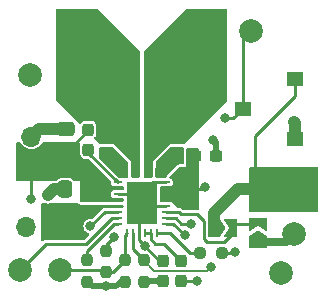
<source format=gtl>
%TF.GenerationSoftware,KiCad,Pcbnew,7.0.5-0*%
%TF.CreationDate,2024-02-04T17:49:50-05:00*%
%TF.ProjectId,Cutdown_Test,43757464-6f77-46e5-9f54-6573742e6b69,rev?*%
%TF.SameCoordinates,Original*%
%TF.FileFunction,Copper,L1,Top*%
%TF.FilePolarity,Positive*%
%FSLAX46Y46*%
G04 Gerber Fmt 4.6, Leading zero omitted, Abs format (unit mm)*
G04 Created by KiCad (PCBNEW 7.0.5-0) date 2024-02-04 17:49:50*
%MOMM*%
%LPD*%
G01*
G04 APERTURE LIST*
G04 Aperture macros list*
%AMRoundRect*
0 Rectangle with rounded corners*
0 $1 Rounding radius*
0 $2 $3 $4 $5 $6 $7 $8 $9 X,Y pos of 4 corners*
0 Add a 4 corners polygon primitive as box body*
4,1,4,$2,$3,$4,$5,$6,$7,$8,$9,$2,$3,0*
0 Add four circle primitives for the rounded corners*
1,1,$1+$1,$2,$3*
1,1,$1+$1,$4,$5*
1,1,$1+$1,$6,$7*
1,1,$1+$1,$8,$9*
0 Add four rect primitives between the rounded corners*
20,1,$1+$1,$2,$3,$4,$5,0*
20,1,$1+$1,$4,$5,$6,$7,0*
20,1,$1+$1,$6,$7,$8,$9,0*
20,1,$1+$1,$8,$9,$2,$3,0*%
%AMFreePoly0*
4,1,6,1.000000,0.000000,0.500000,-0.750000,-0.500000,-0.750000,-0.500000,0.750000,0.500000,0.750000,1.000000,0.000000,1.000000,0.000000,$1*%
%AMFreePoly1*
4,1,6,0.500000,-0.750000,-0.650000,-0.750000,-0.150000,0.000000,-0.650000,0.750000,0.500000,0.750000,0.500000,-0.750000,0.500000,-0.750000,$1*%
G04 Aperture macros list end*
%TA.AperFunction,SMDPad,CuDef*%
%ADD10RoundRect,0.237500X-0.237500X0.300000X-0.237500X-0.300000X0.237500X-0.300000X0.237500X0.300000X0*%
%TD*%
%TA.AperFunction,SMDPad,CuDef*%
%ADD11RoundRect,0.237500X-0.250000X-0.237500X0.250000X-0.237500X0.250000X0.237500X-0.250000X0.237500X0*%
%TD*%
%TA.AperFunction,ComponentPad*%
%ADD12C,2.000000*%
%TD*%
%TA.AperFunction,SMDPad,CuDef*%
%ADD13RoundRect,0.237500X0.237500X-0.300000X0.237500X0.300000X-0.237500X0.300000X-0.237500X-0.300000X0*%
%TD*%
%TA.AperFunction,SMDPad,CuDef*%
%ADD14R,0.699999X0.230000*%
%TD*%
%TA.AperFunction,SMDPad,CuDef*%
%ADD15R,0.230000X0.699999*%
%TD*%
%TA.AperFunction,ComponentPad*%
%ADD16C,0.900000*%
%TD*%
%TA.AperFunction,SMDPad,CuDef*%
%ADD17R,2.650000X3.650001*%
%TD*%
%TA.AperFunction,SMDPad,CuDef*%
%ADD18RoundRect,0.250000X0.362500X1.425000X-0.362500X1.425000X-0.362500X-1.425000X0.362500X-1.425000X0*%
%TD*%
%TA.AperFunction,SMDPad,CuDef*%
%ADD19RoundRect,0.250000X0.475000X-0.337500X0.475000X0.337500X-0.475000X0.337500X-0.475000X-0.337500X0*%
%TD*%
%TA.AperFunction,SMDPad,CuDef*%
%ADD20RoundRect,0.250000X0.337500X0.475000X-0.337500X0.475000X-0.337500X-0.475000X0.337500X-0.475000X0*%
%TD*%
%TA.AperFunction,ComponentPad*%
%ADD21R,1.700000X1.700000*%
%TD*%
%TA.AperFunction,ComponentPad*%
%ADD22O,1.700000X1.700000*%
%TD*%
%TA.AperFunction,SMDPad,CuDef*%
%ADD23RoundRect,0.237500X-0.237500X0.250000X-0.237500X-0.250000X0.237500X-0.250000X0.237500X0.250000X0*%
%TD*%
%TA.AperFunction,SMDPad,CuDef*%
%ADD24RoundRect,0.237500X-0.300000X-0.237500X0.300000X-0.237500X0.300000X0.237500X-0.300000X0.237500X0*%
%TD*%
%TA.AperFunction,SMDPad,CuDef*%
%ADD25R,1.397000X1.193800*%
%TD*%
%TA.AperFunction,SMDPad,CuDef*%
%ADD26FreePoly0,90.000000*%
%TD*%
%TA.AperFunction,SMDPad,CuDef*%
%ADD27FreePoly1,90.000000*%
%TD*%
%TA.AperFunction,SMDPad,CuDef*%
%ADD28FreePoly0,0.000000*%
%TD*%
%TA.AperFunction,SMDPad,CuDef*%
%ADD29FreePoly1,0.000000*%
%TD*%
%TA.AperFunction,SMDPad,CuDef*%
%ADD30R,3.100000X5.000000*%
%TD*%
%TA.AperFunction,ViaPad*%
%ADD31C,1.000000*%
%TD*%
%TA.AperFunction,ViaPad*%
%ADD32C,0.800000*%
%TD*%
%TA.AperFunction,Conductor*%
%ADD33C,0.250000*%
%TD*%
%TA.AperFunction,Conductor*%
%ADD34C,1.000000*%
%TD*%
%TA.AperFunction,Conductor*%
%ADD35C,0.500000*%
%TD*%
%TA.AperFunction,Conductor*%
%ADD36C,0.230000*%
%TD*%
%TA.AperFunction,Conductor*%
%ADD37C,0.700000*%
%TD*%
%TA.AperFunction,Conductor*%
%ADD38C,0.200000*%
%TD*%
G04 APERTURE END LIST*
D10*
%TO.P,C1,1*%
%TO.N,Net-(U1-MPCC)*%
X139100000Y-112737500D03*
%TO.P,C1,2*%
%TO.N,GND*%
X139100000Y-114462500D03*
%TD*%
D11*
%TO.P,R3,1*%
%TO.N,Net-(U1-RT)*%
X140687500Y-112100000D03*
%TO.P,R3,2*%
%TO.N,GND*%
X142512500Y-112100000D03*
%TD*%
D12*
%TO.P,TP8,1,1*%
%TO.N,Net-(U1-VC)*%
X147500000Y-113800000D03*
%TD*%
D13*
%TO.P,C4,1*%
%TO.N,Net-(U1-BST2)*%
X132900000Y-103862500D03*
%TO.P,C4,2*%
%TO.N,Net-(C4-Pad2)*%
X132900000Y-102137500D03*
%TD*%
D14*
%TO.P,U1,1,BST3*%
%TO.N,Net-(U1-BST3)*%
X133700002Y-106100001D03*
%TO.P,U1,2,PVOUT*%
%TO.N,/POWR_OUT*%
X133700002Y-106600000D03*
%TO.P,U1,3,GND*%
%TO.N,GND*%
X133700002Y-107099999D03*
%TO.P,U1,4,PVOUT*%
%TO.N,/POWR_OUT*%
X133700002Y-107600000D03*
%TO.P,U1,5,ISP*%
%TO.N,+BATT*%
X133700002Y-108100000D03*
%TO.P,U1,6,ISN*%
%TO.N,Net-(U1-ISN)*%
X133700002Y-108600001D03*
%TO.P,U1,7,PGOOD*%
%TO.N,Net-(U1-PGOOD)*%
X133700002Y-109100000D03*
%TO.P,U1,8,PROG*%
%TO.N,Net-(U1-PROG)*%
X133700002Y-109599999D03*
D15*
%TO.P,U1,9,FB*%
%TO.N,Net-(U1-FB)*%
X134500000Y-110400000D03*
%TO.P,U1,10,VC*%
%TO.N,Net-(U1-VC)*%
X134999999Y-110400000D03*
%TO.P,U1,11,GND*%
%TO.N,GND*%
X135500000Y-110400000D03*
%TO.P,U1,12,MPCC*%
%TO.N,Net-(U1-MPCC)*%
X136000000Y-110400000D03*
%TO.P,U1,13,VCC*%
X136500001Y-110400000D03*
%TO.P,U1,14,RT*%
%TO.N,Net-(U1-RT)*%
X137000000Y-110400000D03*
D14*
%TO.P,U1,15,SYNC/MODE*%
%TO.N,Net-(U1-ISN)*%
X137799998Y-109599999D03*
%TO.P,U1,16,EN/UVLO*%
%TO.N,/EN*%
X137799998Y-109100000D03*
%TO.P,U1,17,VIN*%
%TO.N,Net-(JP1-B)*%
X137799998Y-108600001D03*
%TO.P,U1,18,GND*%
%TO.N,GND*%
X137799998Y-108100000D03*
%TO.P,U1,19,PVIN*%
%TO.N,Net-(U1-ISN)*%
X137799998Y-107600000D03*
%TO.P,U1,20,PVIN*%
X137799998Y-107099999D03*
%TO.P,U1,21,PVIN*%
X137799998Y-106600000D03*
%TO.P,U1,22,GND*%
%TO.N,GND*%
X137799998Y-106100001D03*
D15*
%TO.P,U1,23,BST1*%
%TO.N,Net-(U1-BST1)*%
X137000000Y-105300000D03*
%TO.P,U1,24,SW1*%
%TO.N,Net-(C3-Pad2)*%
X136500001Y-105300000D03*
%TO.P,U1,25,SW1*%
X136000000Y-105300000D03*
%TO.P,U1,26,SW2*%
%TO.N,Net-(C4-Pad2)*%
X135500000Y-105300000D03*
%TO.P,U1,27,SW2*%
X134999999Y-105300000D03*
%TO.P,U1,28,BST2*%
%TO.N,Net-(U1-BST2)*%
X134500000Y-105300000D03*
D16*
%TO.P,U1,29,PGND*%
%TO.N,GND*%
X135050000Y-106650000D03*
X135050000Y-107850000D03*
X135050000Y-109050000D03*
D17*
X135750000Y-107850000D03*
D16*
X136450000Y-106650000D03*
X136450000Y-107850000D03*
X136450000Y-109050000D03*
%TD*%
D18*
%TO.P,R2,1*%
%TO.N,+BATT*%
X145662500Y-106700000D03*
%TO.P,R2,2*%
%TO.N,Net-(U1-ISN)*%
X139737500Y-106700000D03*
%TD*%
D19*
%TO.P,C8,1*%
%TO.N,/POWR_OUT*%
X129300000Y-103637500D03*
%TO.P,C8,2*%
%TO.N,GND*%
X129300000Y-101562500D03*
%TD*%
D20*
%TO.P,C6,1*%
%TO.N,/POWR_OUT*%
X131337500Y-106700000D03*
%TO.P,C6,2*%
%TO.N,GND*%
X129262500Y-106700000D03*
%TD*%
D21*
%TO.P,J2,1,Pin_1*%
%TO.N,+BATT*%
X128500000Y-109900000D03*
D22*
%TO.P,J2,2,Pin_2*%
%TO.N,GND*%
X125960000Y-109900000D03*
%TD*%
D13*
%TO.P,C3,1*%
%TO.N,Net-(U1-BST1)*%
X138600000Y-103862500D03*
%TO.P,C3,2*%
%TO.N,Net-(C3-Pad2)*%
X138600000Y-102137500D03*
%TD*%
D12*
%TO.P,TP6,1,1*%
%TO.N,Net-(U1-FB)*%
X128800000Y-113500000D03*
%TD*%
D13*
%TO.P,C7,1*%
%TO.N,Net-(C7-Pad1)*%
X137500000Y-114462500D03*
%TO.P,C7,2*%
%TO.N,GND*%
X137500000Y-112737500D03*
%TD*%
D23*
%TO.P,R5,1*%
%TO.N,/POWR_OUT*%
X132700000Y-111887500D03*
%TO.P,R5,2*%
%TO.N,Net-(U1-FB)*%
X132700000Y-113712500D03*
%TD*%
D13*
%TO.P,C5,1*%
%TO.N,Net-(U1-BST3)*%
X131200000Y-103362500D03*
%TO.P,C5,2*%
%TO.N,/POWR_OUT*%
X131200000Y-101637500D03*
%TD*%
D23*
%TO.P,R1,1*%
%TO.N,Net-(U1-PROG)*%
X131100000Y-112687500D03*
%TO.P,R1,2*%
%TO.N,GND*%
X131100000Y-114512500D03*
%TD*%
D24*
%TO.P,C2,1*%
%TO.N,Net-(U1-ISN)*%
X140275000Y-103900000D03*
%TO.P,C2,2*%
%TO.N,GND*%
X142000000Y-103900000D03*
%TD*%
D23*
%TO.P,R6,1*%
%TO.N,Net-(U1-FB)*%
X134300000Y-112687500D03*
%TO.P,R6,2*%
%TO.N,GND*%
X134300000Y-114512500D03*
%TD*%
D25*
%TO.P,SW1,1,A*%
%TO.N,GND*%
X148698101Y-102440000D03*
%TO.P,SW1,2,B*%
%TO.N,/EN*%
X144298102Y-99900000D03*
%TO.P,SW1,3,C*%
%TO.N,+BATT*%
X148698101Y-97360000D03*
%TD*%
D26*
%TO.P,JP1,1,A*%
%TO.N,+3V3*%
X145600000Y-111125000D03*
D27*
%TO.P,JP1,2,B*%
%TO.N,Net-(JP1-B)*%
X145600000Y-109675000D03*
%TD*%
D12*
%TO.P,TP5,1,1*%
%TO.N,+3V3*%
X148600000Y-110500000D03*
%TD*%
D28*
%TO.P,JP2,1,A*%
%TO.N,+BATT*%
X141875000Y-110000000D03*
D29*
%TO.P,JP2,2,B*%
%TO.N,Net-(JP1-B)*%
X143325000Y-110000000D03*
%TD*%
D21*
%TO.P,J1,1,Pin_1*%
%TO.N,/POWR_OUT*%
X126400000Y-104775000D03*
D22*
%TO.P,J1,2,Pin_2*%
%TO.N,GND*%
X126400000Y-102235000D03*
%TD*%
D12*
%TO.P,TP2,1,1*%
%TO.N,GND*%
X126300000Y-97000000D03*
%TD*%
%TO.P,TP3,1,1*%
%TO.N,/EN*%
X145000000Y-93300000D03*
%TD*%
%TO.P,TP1,1,1*%
%TO.N,Net-(U1-PGOOD)*%
X125400000Y-113500000D03*
%TD*%
D30*
%TO.P,L1,1,1*%
%TO.N,Net-(C3-Pad2)*%
X141300000Y-94100000D03*
%TO.P,L1,2,2*%
%TO.N,Net-(C4-Pad2)*%
X130200000Y-94100000D03*
%TD*%
D23*
%TO.P,R4,1*%
%TO.N,Net-(U1-VC)*%
X135900000Y-112687500D03*
%TO.P,R4,2*%
%TO.N,Net-(C7-Pad1)*%
X135900000Y-114512500D03*
%TD*%
D31*
%TO.N,GND*%
X127800000Y-107200000D03*
D32*
X143600000Y-112000000D03*
X140400000Y-114500000D03*
X132700000Y-114900000D03*
X141800000Y-102500000D03*
X148600000Y-101000000D03*
X136000000Y-111500000D03*
%TO.N,Net-(U1-ISN)*%
X131400000Y-109800000D03*
X139400000Y-110600000D03*
X141100000Y-106500000D03*
%TO.N,+BATT*%
X147100000Y-105300000D03*
X149900000Y-108000000D03*
X148500000Y-105300000D03*
X147100000Y-108000000D03*
X148500000Y-108000000D03*
X148500000Y-106650000D03*
X149900000Y-106650000D03*
X149900000Y-105300000D03*
X147100000Y-106650000D03*
%TO.N,Net-(U1-VC)*%
X141600000Y-113300000D03*
%TO.N,/EN*%
X142800000Y-100700000D03*
X139900000Y-109600000D03*
%TO.N,/POWR_OUT*%
X133400000Y-110700000D03*
X126400000Y-107500000D03*
%TD*%
D33*
%TO.N,Net-(U1-MPCC)*%
X136500001Y-110900001D02*
X136900000Y-111300000D01*
X136900000Y-111300000D02*
X137662500Y-111300000D01*
X136500001Y-110400000D02*
X136500001Y-110900001D01*
X137662500Y-111300000D02*
X139100000Y-112737500D01*
X136000000Y-110400000D02*
X136500001Y-110400000D01*
D34*
%TO.N,GND*%
X128300000Y-106700000D02*
X127800000Y-107200000D01*
D33*
X137500000Y-112737500D02*
X137237500Y-112737500D01*
D34*
X148698101Y-102440000D02*
X148698101Y-101098101D01*
D35*
X142000000Y-103900000D02*
X142000000Y-102700000D01*
D33*
X135500000Y-109500000D02*
X135050000Y-109050000D01*
X135500000Y-110400000D02*
X135500000Y-111000000D01*
X136700000Y-106100000D02*
X137799998Y-106100001D01*
D34*
X129262500Y-106700000D02*
X128300000Y-106700000D01*
D33*
X135750000Y-107850000D02*
X135750000Y-107050000D01*
X134600001Y-107099999D02*
X135050000Y-106650000D01*
D34*
X129300000Y-101562500D02*
X127072500Y-101562500D01*
D33*
X142512500Y-112100000D02*
X143500000Y-112100000D01*
D35*
X133600000Y-114900000D02*
X131487500Y-114900000D01*
X134300000Y-114512500D02*
X133987500Y-114512500D01*
X142000000Y-102700000D02*
X141800000Y-102500000D01*
D34*
X148698101Y-101098101D02*
X148600000Y-101000000D01*
D35*
X133987500Y-114512500D02*
X133600000Y-114900000D01*
D33*
X135500000Y-110400000D02*
X135500000Y-109500000D01*
X135750000Y-107050000D02*
X136700000Y-106100000D01*
X140362500Y-114462500D02*
X140400000Y-114500000D01*
X133700002Y-107099999D02*
X134600001Y-107099999D01*
X135500000Y-111000000D02*
X136000000Y-111500000D01*
D35*
X131487500Y-114900000D02*
X131100000Y-114512500D01*
D33*
X137237500Y-112737500D02*
X136000000Y-111500000D01*
D34*
X127072500Y-101562500D02*
X126400000Y-102235000D01*
D33*
X137799998Y-108100000D02*
X136000000Y-108100000D01*
X139100000Y-114462500D02*
X140362500Y-114462500D01*
X143500000Y-112100000D02*
X143600000Y-112000000D01*
X136000000Y-108100000D02*
X135750000Y-107850000D01*
%TO.N,Net-(U1-ISN)*%
X139737500Y-106700000D02*
X140900000Y-106700000D01*
X131400000Y-109800000D02*
X132599999Y-108600001D01*
X140900000Y-106700000D02*
X141100000Y-106500000D01*
X137799998Y-109599999D02*
X138399999Y-109599999D01*
X138399999Y-109599999D02*
X139400000Y-110600000D01*
X132599999Y-108600001D02*
X133700002Y-108600001D01*
D36*
%TO.N,Net-(U1-BST3)*%
X131200000Y-103599999D02*
X131200000Y-103362500D01*
X133700002Y-106100001D02*
X131200000Y-103599999D01*
D35*
%TO.N,Net-(C7-Pad1)*%
X135950000Y-114462500D02*
X135900000Y-114512500D01*
X137500000Y-114462500D02*
X135950000Y-114462500D01*
D33*
%TO.N,+BATT*%
X145300000Y-106337500D02*
X145300000Y-102200000D01*
X145300000Y-102200000D02*
X148698101Y-98801899D01*
D34*
X143900000Y-106700000D02*
X141875000Y-108725000D01*
D33*
X145662500Y-106700000D02*
X145300000Y-106337500D01*
D34*
X145662500Y-106700000D02*
X143900000Y-106700000D01*
X141875000Y-108725000D02*
X141875000Y-110000000D01*
D33*
X148698101Y-98801899D02*
X148698101Y-97360000D01*
D37*
%TO.N,+3V3*%
X148600000Y-110500000D02*
X147975000Y-111125000D01*
X147975000Y-111125000D02*
X145600000Y-111125000D01*
D33*
%TO.N,Net-(JP1-B)*%
X140400000Y-108800000D02*
X139100000Y-108800000D01*
X142700000Y-111200000D02*
X141300000Y-111200000D01*
X141000000Y-109400000D02*
X140400000Y-108800000D01*
X143325000Y-110000000D02*
X143325000Y-110575000D01*
X143650000Y-109675000D02*
X143325000Y-110000000D01*
X143325000Y-110575000D02*
X142700000Y-111200000D01*
X145600000Y-109675000D02*
X143650000Y-109675000D01*
X141300000Y-111200000D02*
X141000000Y-110900000D01*
X138900001Y-108600001D02*
X137799998Y-108600001D01*
X141000000Y-110900000D02*
X141000000Y-109400000D01*
X139100000Y-108800000D02*
X138900001Y-108600001D01*
%TO.N,Net-(U1-PROG)*%
X133700002Y-109599999D02*
X133400001Y-109599999D01*
X131100000Y-111900000D02*
X131100000Y-112687500D01*
X133400001Y-109599999D02*
X131100000Y-111900000D01*
%TO.N,Net-(U1-RT)*%
X138100000Y-110400000D02*
X137000000Y-110400000D01*
X139800000Y-112100000D02*
X138100000Y-110400000D01*
X140687500Y-112100000D02*
X139800000Y-112100000D01*
D38*
%TO.N,Net-(U1-VC)*%
X141600000Y-113300000D02*
X141300000Y-113600000D01*
X136812500Y-113600000D02*
X135900000Y-112687500D01*
D33*
X134999999Y-111787499D02*
X135900000Y-112687500D01*
X134999999Y-110400000D02*
X134999999Y-111787499D01*
D38*
X141300000Y-113600000D02*
X136812500Y-113600000D01*
D33*
%TO.N,Net-(U1-FB)*%
X132487500Y-113500000D02*
X128800000Y-113500000D01*
X134300000Y-112687500D02*
X134300000Y-110600000D01*
X132700000Y-113712500D02*
X132487500Y-113500000D01*
X133275000Y-113712500D02*
X132700000Y-113712500D01*
X134300000Y-110600000D02*
X134500000Y-110400000D01*
X134300000Y-112687500D02*
X133275000Y-113712500D01*
%TO.N,/EN*%
X139900000Y-109600000D02*
X139100000Y-109600000D01*
X139100000Y-109600000D02*
X138600000Y-109100000D01*
X143498102Y-100700000D02*
X144298102Y-99900000D01*
X142800000Y-100700000D02*
X143498102Y-100700000D01*
X138600000Y-109100000D02*
X137799998Y-109100000D01*
X144298102Y-94001898D02*
X145000000Y-93300000D01*
X144298102Y-99900000D02*
X144298102Y-94001898D01*
%TO.N,Net-(U1-PGOOD)*%
X127600000Y-111300000D02*
X125400000Y-113500000D01*
X133200000Y-109100000D02*
X131000000Y-111300000D01*
X131000000Y-111300000D02*
X127600000Y-111300000D01*
X133700002Y-109100000D02*
X133200000Y-109100000D01*
%TO.N,/POWR_OUT*%
X132700000Y-111400000D02*
X132700000Y-111887500D01*
X131200000Y-101700000D02*
X129300000Y-103600000D01*
X133400000Y-110700000D02*
X132700000Y-111400000D01*
X131200000Y-101637500D02*
X131200000Y-101700000D01*
X129300000Y-103600000D02*
X129300000Y-103637500D01*
X126400000Y-107500000D02*
X126400000Y-104775000D01*
%TD*%
%TA.AperFunction,Conductor*%
%TO.N,Net-(U1-BST1)*%
G36*
X139251376Y-103125185D02*
G01*
X139297131Y-103177989D01*
X139307075Y-103247147D01*
X139303313Y-103264439D01*
X139302826Y-103266094D01*
X139294500Y-103324003D01*
X139294500Y-104470500D01*
X139274815Y-104537539D01*
X139222011Y-104583294D01*
X139170500Y-104594500D01*
X138945858Y-104594500D01*
X138934863Y-104595089D01*
X138934847Y-104595090D01*
X138903038Y-104598511D01*
X138903032Y-104598512D01*
X138826524Y-104622468D01*
X138765196Y-104655954D01*
X138718372Y-104691007D01*
X138718360Y-104691017D01*
X137976409Y-105432969D01*
X137976404Y-105432974D01*
X137947857Y-105468723D01*
X137947855Y-105468727D01*
X137918612Y-105515136D01*
X137918609Y-105515142D01*
X137912356Y-105525756D01*
X137912355Y-105525757D01*
X137912356Y-105525757D01*
X137888309Y-105610027D01*
X137850986Y-105669090D01*
X137787654Y-105698599D01*
X137769070Y-105700000D01*
X137014000Y-105700000D01*
X136946961Y-105680315D01*
X136901206Y-105627511D01*
X136890000Y-105576000D01*
X136890000Y-104962700D01*
X136892383Y-104938507D01*
X136900152Y-104899450D01*
X136901633Y-104889472D01*
X136905005Y-104855239D01*
X136905500Y-104845160D01*
X136905500Y-104445860D01*
X136925185Y-104378822D01*
X136941814Y-104358185D01*
X138158180Y-103141818D01*
X138219504Y-103108334D01*
X138245862Y-103105500D01*
X139184337Y-103105500D01*
X139251376Y-103125185D01*
G37*
%TD.AperFunction*%
%TD*%
%TA.AperFunction,Conductor*%
%TO.N,+BATT*%
G36*
X127714546Y-107900452D02*
G01*
X127714942Y-107900500D01*
X127714944Y-107900500D01*
X127776952Y-107900500D01*
X127780697Y-107900613D01*
X127788516Y-107901085D01*
X127842606Y-107904358D01*
X127852575Y-107902531D01*
X127874927Y-107900500D01*
X127885058Y-107900500D01*
X127885454Y-107900452D01*
X127892930Y-107900000D01*
X130334962Y-107900000D01*
X130402001Y-107919685D01*
X130411949Y-107927786D01*
X130412202Y-107927456D01*
X130419249Y-107932845D01*
X130496317Y-107975954D01*
X130499063Y-107977490D01*
X130566102Y-107997175D01*
X130624000Y-108005500D01*
X130624004Y-108005500D01*
X133245152Y-108005500D01*
X133245162Y-108005500D01*
X133255241Y-108005005D01*
X133289472Y-108001633D01*
X133299451Y-108000152D01*
X133338510Y-107992382D01*
X133362700Y-107990000D01*
X134076000Y-107990000D01*
X134143039Y-108009685D01*
X134188794Y-108062489D01*
X134200000Y-108114000D01*
X134200000Y-108160516D01*
X134180315Y-108227555D01*
X134127511Y-108273310D01*
X134075842Y-108282013D01*
X134075842Y-108284501D01*
X133796037Y-108284501D01*
X133774505Y-108282617D01*
X133728479Y-108274501D01*
X133728477Y-108274501D01*
X132616921Y-108274501D01*
X132611517Y-108274265D01*
X132606106Y-108273791D01*
X132571191Y-108270736D01*
X132571190Y-108270736D01*
X132532090Y-108281213D01*
X132526810Y-108282384D01*
X132486958Y-108289411D01*
X132481960Y-108291230D01*
X132465116Y-108298207D01*
X132460312Y-108300447D01*
X132427165Y-108323657D01*
X132422605Y-108326563D01*
X132387547Y-108346805D01*
X132387539Y-108346811D01*
X132361522Y-108377816D01*
X132357868Y-108381805D01*
X131571684Y-109167988D01*
X131510361Y-109201473D01*
X131467818Y-109203246D01*
X131400001Y-109194318D01*
X131399999Y-109194318D01*
X131243239Y-109214955D01*
X131243237Y-109214956D01*
X131097160Y-109275463D01*
X130971718Y-109371718D01*
X130875463Y-109497160D01*
X130814956Y-109643237D01*
X130814955Y-109643239D01*
X130794318Y-109799998D01*
X130794318Y-109800001D01*
X130814955Y-109956760D01*
X130814956Y-109956762D01*
X130871933Y-110094318D01*
X130875464Y-110102841D01*
X130971718Y-110228282D01*
X131097159Y-110324536D01*
X131221262Y-110375941D01*
X131275665Y-110419782D01*
X131297730Y-110486076D01*
X131280451Y-110553775D01*
X131261490Y-110578183D01*
X130901493Y-110938181D01*
X130840170Y-110971666D01*
X130813812Y-110974500D01*
X127616922Y-110974500D01*
X127611518Y-110974264D01*
X127606107Y-110973790D01*
X127571192Y-110970735D01*
X127571191Y-110970735D01*
X127532091Y-110981212D01*
X127526811Y-110982383D01*
X127486959Y-110989410D01*
X127481961Y-110991229D01*
X127465117Y-110998206D01*
X127460313Y-111000446D01*
X127427166Y-111023656D01*
X127422604Y-111026563D01*
X127386002Y-111047696D01*
X127318102Y-111064170D01*
X127252075Y-111041319D01*
X127208883Y-110986399D01*
X127200000Y-110940310D01*
X127200000Y-108024000D01*
X127219685Y-107956961D01*
X127272489Y-107911206D01*
X127324000Y-107900000D01*
X127707070Y-107900000D01*
X127714546Y-107900452D01*
G37*
%TD.AperFunction*%
%TD*%
%TA.AperFunction,Conductor*%
%TO.N,+BATT*%
G36*
X150642539Y-104819685D02*
G01*
X150688294Y-104872489D01*
X150699500Y-104924000D01*
X150699500Y-108476000D01*
X150679815Y-108543039D01*
X150627011Y-108588794D01*
X150575500Y-108600000D01*
X144924000Y-108600000D01*
X144856961Y-108580315D01*
X144811206Y-108527511D01*
X144800000Y-108476000D01*
X144800000Y-104924000D01*
X144819685Y-104856961D01*
X144872489Y-104811206D01*
X144924000Y-104800000D01*
X150575500Y-104800000D01*
X150642539Y-104819685D01*
G37*
%TD.AperFunction*%
%TD*%
%TA.AperFunction,Conductor*%
%TO.N,Net-(U1-BST2)*%
G36*
X132251362Y-103105500D02*
G01*
X133254138Y-103105500D01*
X133321177Y-103125185D01*
X133341819Y-103141819D01*
X134558181Y-104358181D01*
X134591666Y-104419504D01*
X134594500Y-104445862D01*
X134594500Y-104845150D01*
X134594995Y-104855234D01*
X134598368Y-104889482D01*
X134599847Y-104899450D01*
X134607617Y-104938507D01*
X134610000Y-104962700D01*
X134610000Y-105576000D01*
X134590315Y-105643039D01*
X134537511Y-105688794D01*
X134486000Y-105700000D01*
X133797548Y-105700000D01*
X133730509Y-105680315D01*
X133709867Y-105663681D01*
X132136318Y-104090132D01*
X132102833Y-104028809D01*
X132100000Y-104002460D01*
X132100000Y-103226836D01*
X132119684Y-103159801D01*
X132172488Y-103114046D01*
X132241642Y-103104102D01*
X132251362Y-103105500D01*
G37*
%TD.AperFunction*%
%TD*%
%TA.AperFunction,Conductor*%
%TO.N,/POWR_OUT*%
G36*
X125450115Y-102719685D02*
G01*
X125492432Y-102765544D01*
X125522315Y-102821450D01*
X125556969Y-102863677D01*
X125653589Y-102981410D01*
X125688109Y-103009739D01*
X125813550Y-103112685D01*
X125996046Y-103210232D01*
X126194066Y-103270300D01*
X126194065Y-103270300D01*
X126212529Y-103272118D01*
X126400000Y-103290583D01*
X126605934Y-103270300D01*
X126803954Y-103210232D01*
X126986450Y-103112685D01*
X127146410Y-102981410D01*
X127277685Y-102821450D01*
X127307567Y-102765544D01*
X127356529Y-102715702D01*
X127416924Y-102700000D01*
X130348638Y-102700000D01*
X130415677Y-102719685D01*
X130436319Y-102736319D01*
X130511808Y-102811808D01*
X130545293Y-102873131D01*
X130541169Y-102940442D01*
X130527274Y-102980150D01*
X130527274Y-102980151D01*
X130524500Y-103009739D01*
X130524500Y-103715260D01*
X130527274Y-103744849D01*
X130570884Y-103869476D01*
X130649288Y-103975710D01*
X130649289Y-103975711D01*
X130755523Y-104054115D01*
X130755524Y-104054115D01*
X130755525Y-104054116D01*
X130880151Y-104097725D01*
X130880150Y-104097725D01*
X130909740Y-104100500D01*
X130909744Y-104100500D01*
X131202955Y-104100500D01*
X131269994Y-104120185D01*
X131290636Y-104136819D01*
X133113183Y-105959366D01*
X133146668Y-106020689D01*
X133149502Y-106047047D01*
X133149502Y-106234753D01*
X133161133Y-106293230D01*
X133161134Y-106293231D01*
X133205449Y-106359553D01*
X133271771Y-106403868D01*
X133271772Y-106403869D01*
X133330249Y-106415500D01*
X133330252Y-106415501D01*
X133330254Y-106415501D01*
X133642141Y-106415501D01*
X133665446Y-106418569D01*
X133672079Y-106419149D01*
X133672080Y-106419148D01*
X133672081Y-106419149D01*
X133711082Y-106415736D01*
X133716485Y-106415501D01*
X134064139Y-106415501D01*
X134131178Y-106435186D01*
X134151820Y-106451820D01*
X134163681Y-106463681D01*
X134197166Y-106525004D01*
X134200000Y-106551362D01*
X134200000Y-106650499D01*
X134180315Y-106717538D01*
X134127511Y-106763293D01*
X134076000Y-106774499D01*
X133671524Y-106774499D01*
X133625499Y-106782615D01*
X133603967Y-106784499D01*
X133330249Y-106784499D01*
X133271772Y-106796130D01*
X133271771Y-106796131D01*
X133205449Y-106840446D01*
X133161134Y-106906768D01*
X133161133Y-106906769D01*
X133149502Y-106965246D01*
X133149502Y-107234751D01*
X133161133Y-107293228D01*
X133161134Y-107293229D01*
X133205449Y-107359551D01*
X133271771Y-107403866D01*
X133271772Y-107403867D01*
X133330249Y-107415498D01*
X133330252Y-107415499D01*
X133330254Y-107415499D01*
X133603967Y-107415499D01*
X133625498Y-107417382D01*
X133671527Y-107425499D01*
X134076000Y-107425499D01*
X134143039Y-107445184D01*
X134188794Y-107497988D01*
X134200000Y-107549499D01*
X134200000Y-107660515D01*
X134180315Y-107727554D01*
X134127511Y-107773309D01*
X134075842Y-107782012D01*
X134075842Y-107784500D01*
X133330251Y-107784500D01*
X133264307Y-107797617D01*
X133240116Y-107800000D01*
X130624000Y-107800000D01*
X130556961Y-107780315D01*
X130511206Y-107727511D01*
X130500000Y-107676000D01*
X130500000Y-105996072D01*
X130500000Y-105996071D01*
X130499999Y-105996071D01*
X130499998Y-105996070D01*
X130054910Y-105997411D01*
X129987812Y-105977929D01*
X129954769Y-105947048D01*
X129922150Y-105902850D01*
X129812882Y-105822207D01*
X129812880Y-105822206D01*
X129684700Y-105777353D01*
X129654270Y-105774500D01*
X129654266Y-105774500D01*
X128870734Y-105774500D01*
X128870730Y-105774500D01*
X128840300Y-105777353D01*
X128840298Y-105777353D01*
X128712119Y-105822206D01*
X128712117Y-105822207D01*
X128602850Y-105902850D01*
X128602848Y-105902851D01*
X128568692Y-105949133D01*
X128513044Y-105991384D01*
X128468921Y-105999500D01*
X128323048Y-105999500D01*
X128319303Y-105999387D01*
X128257396Y-105995642D01*
X128257389Y-105995642D01*
X128228418Y-106000951D01*
X128206443Y-106002981D01*
X125224374Y-106011966D01*
X125157275Y-105992484D01*
X125111361Y-105939818D01*
X125100000Y-105887967D01*
X125100000Y-102824000D01*
X125119685Y-102756961D01*
X125172489Y-102711206D01*
X125224000Y-102700000D01*
X125383076Y-102700000D01*
X125450115Y-102719685D01*
G37*
%TD.AperFunction*%
%TD*%
%TA.AperFunction,Conductor*%
%TO.N,Net-(C3-Pad2)*%
G36*
X142943039Y-91419685D02*
G01*
X142988794Y-91472489D01*
X143000000Y-91524000D01*
X143000000Y-99148638D01*
X142980315Y-99215677D01*
X142963681Y-99236319D01*
X139336319Y-102863681D01*
X139274996Y-102897166D01*
X139248638Y-102900000D01*
X138099999Y-102900000D01*
X136700000Y-104299999D01*
X136700000Y-104840115D01*
X136697617Y-104864307D01*
X136684500Y-104930249D01*
X136684500Y-105576000D01*
X136664815Y-105643039D01*
X136612011Y-105688794D01*
X136560500Y-105700000D01*
X136024000Y-105700000D01*
X135956961Y-105680315D01*
X135911206Y-105627511D01*
X135900000Y-105576000D01*
X135900000Y-95051362D01*
X135919685Y-94984323D01*
X135936319Y-94963681D01*
X139463681Y-91436319D01*
X139525004Y-91402834D01*
X139551362Y-91400000D01*
X142876000Y-91400000D01*
X142943039Y-91419685D01*
G37*
%TD.AperFunction*%
%TD*%
%TA.AperFunction,Conductor*%
%TO.N,Net-(U1-ISN)*%
G36*
X140543039Y-103219685D02*
G01*
X140588794Y-103272489D01*
X140600000Y-103324000D01*
X140600000Y-108348636D01*
X140580315Y-108415675D01*
X140563673Y-108436326D01*
X140558648Y-108441350D01*
X140497321Y-108474829D01*
X140438884Y-108473435D01*
X140428808Y-108470735D01*
X140393892Y-108473790D01*
X140388481Y-108474264D01*
X140383078Y-108474500D01*
X139286189Y-108474500D01*
X139219150Y-108454815D01*
X139198508Y-108438181D01*
X139142135Y-108381808D01*
X139138479Y-108377819D01*
X139112458Y-108346809D01*
X139112457Y-108346808D01*
X139112456Y-108346807D01*
X139101059Y-108340227D01*
X139077393Y-108326562D01*
X139072832Y-108323656D01*
X139059688Y-108314453D01*
X139039685Y-108300447D01*
X139039682Y-108300446D01*
X139034862Y-108298198D01*
X139018056Y-108291236D01*
X139013044Y-108289412D01*
X138973191Y-108282384D01*
X138967911Y-108281213D01*
X138928809Y-108270736D01*
X138893893Y-108273791D01*
X138888482Y-108274265D01*
X138883079Y-108274501D01*
X138825863Y-108274501D01*
X138758824Y-108254816D01*
X138738182Y-108238182D01*
X138300000Y-107800000D01*
X138259884Y-107800000D01*
X138235693Y-107797617D01*
X138169749Y-107784500D01*
X138169746Y-107784500D01*
X137896033Y-107784500D01*
X137874501Y-107782616D01*
X137828475Y-107774500D01*
X137828473Y-107774500D01*
X137424000Y-107774500D01*
X137356961Y-107754815D01*
X137311206Y-107702011D01*
X137300000Y-107650500D01*
X137300000Y-106549500D01*
X137319685Y-106482461D01*
X137372489Y-106436706D01*
X137423998Y-106425500D01*
X137828473Y-106425501D01*
X137874501Y-106417384D01*
X137896033Y-106415501D01*
X138169748Y-106415501D01*
X138169749Y-106415500D01*
X138184566Y-106412553D01*
X138228227Y-106403869D01*
X138228227Y-106403868D01*
X138228229Y-106403868D01*
X138294550Y-106359553D01*
X138338865Y-106293232D01*
X138338865Y-106293230D01*
X138338866Y-106293230D01*
X138350497Y-106234753D01*
X138350498Y-106234751D01*
X138350498Y-105965250D01*
X138350497Y-105965248D01*
X138338866Y-105906771D01*
X138338865Y-105906770D01*
X138294550Y-105840448D01*
X138228228Y-105796133D01*
X138185210Y-105787576D01*
X138123299Y-105755191D01*
X138088725Y-105694475D01*
X138092466Y-105624705D01*
X138121719Y-105578280D01*
X138863681Y-104836318D01*
X138925004Y-104802834D01*
X138951362Y-104800000D01*
X139500000Y-104800000D01*
X139500000Y-103324000D01*
X139519685Y-103256961D01*
X139572489Y-103211206D01*
X139624000Y-103200000D01*
X140476000Y-103200000D01*
X140543039Y-103219685D01*
G37*
%TD.AperFunction*%
%TD*%
%TA.AperFunction,Conductor*%
%TO.N,Net-(C4-Pad2)*%
G36*
X132015677Y-91419685D02*
G01*
X132036319Y-91436319D01*
X135563682Y-94963682D01*
X135597166Y-95025003D01*
X135600000Y-95051361D01*
X135600000Y-105576000D01*
X135580315Y-105643039D01*
X135527511Y-105688794D01*
X135476000Y-105700000D01*
X134939500Y-105700000D01*
X134872461Y-105680315D01*
X134826706Y-105627511D01*
X134815500Y-105576000D01*
X134815500Y-104930249D01*
X134802383Y-104864307D01*
X134800000Y-104840115D01*
X134800000Y-104300000D01*
X133400000Y-102900000D01*
X132251362Y-102900000D01*
X132184323Y-102880315D01*
X132163681Y-102863681D01*
X131737525Y-102437525D01*
X131704040Y-102376202D01*
X131709024Y-102306510D01*
X131745133Y-102258275D01*
X131744140Y-102257282D01*
X131750707Y-102250713D01*
X131750711Y-102250711D01*
X131829116Y-102144475D01*
X131872725Y-102019849D01*
X131875500Y-101990256D01*
X131875500Y-101284744D01*
X131872725Y-101255151D01*
X131829116Y-101130525D01*
X131813959Y-101109988D01*
X131750711Y-101024289D01*
X131750710Y-101024288D01*
X131644476Y-100945884D01*
X131519848Y-100902274D01*
X131519849Y-100902274D01*
X131490260Y-100899500D01*
X131490256Y-100899500D01*
X130909744Y-100899500D01*
X130909740Y-100899500D01*
X130880150Y-100902274D01*
X130755523Y-100945884D01*
X130649289Y-101024288D01*
X130596844Y-101095348D01*
X130541196Y-101137598D01*
X130471540Y-101143055D01*
X130409991Y-101109988D01*
X130409394Y-101109394D01*
X128536319Y-99236319D01*
X128502834Y-99174996D01*
X128500000Y-99148638D01*
X128500000Y-91524000D01*
X128519685Y-91456961D01*
X128572489Y-91411206D01*
X128624000Y-91400000D01*
X131948638Y-91400000D01*
X132015677Y-91419685D01*
G37*
%TD.AperFunction*%
%TD*%
M02*

</source>
